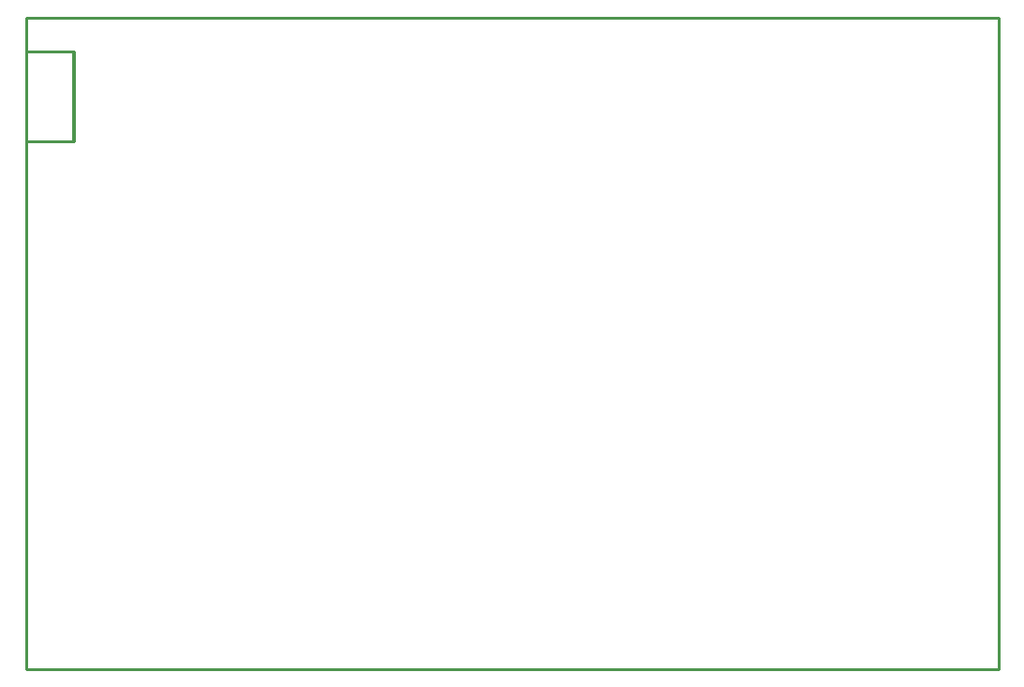
<source format=gko>
G04 ---------------------------- Layer name :KeepOutLayer*
G04 EasyEDA v5.7.26, Mon, 08 Oct 2018 11:53:26 GMT*
G04 3e30844db99a4207a4187d0db1b8c40a*
G04 Gerber Generator version 0.2*
G04 Scale: 100 percent, Rotated: No, Reflected: No *
G04 Dimensions in inches *
G04 leading zeros omitted , absolute positions ,2 integer and 4 decimal *
%FSLAX24Y24*%
%MOIN*%
G90*
G70D02*

%ADD10C,0.010000*%
G54D10*
G01X1700Y22000D02*
G01X1700Y18800D01*
G01X1700Y18800D02*
G01X0Y18800D01*
G01X0Y18800D02*
G01X0Y22000D01*
G01X0Y22000D02*
G01X1700Y22000D01*
G01X0Y23200D02*
G01X34600Y23200D01*
G01X34600Y0D01*
G01X0Y0D01*
G01X0Y18800D01*
G01X1675Y18800D01*
G01X1675Y22000D01*
G01X0Y22000D01*
G01X0Y23200D01*

%LPD*%
M00*
M02*

</source>
